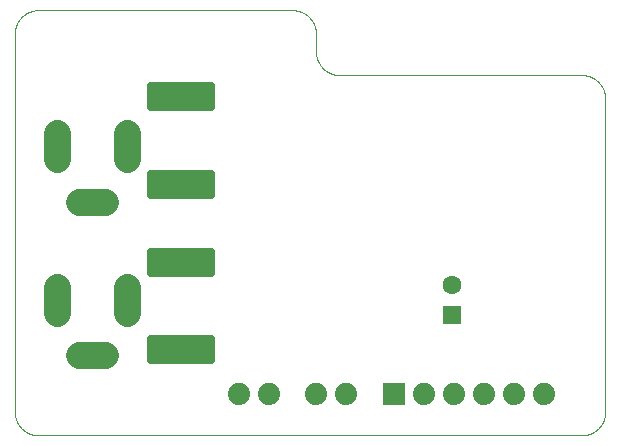
<source format=gbs>
G75*
%MOIN*%
%OFA0B0*%
%FSLAX25Y25*%
%IPPOS*%
%LPD*%
%AMOC8*
5,1,8,0,0,1.08239X$1,22.5*
%
%ADD10C,0.00000*%
%ADD11R,0.07400X0.07400*%
%ADD12C,0.07400*%
%ADD13R,0.06306X0.06306*%
%ADD14C,0.06306*%
%ADD15C,0.02175*%
%ADD16C,0.09061*%
D10*
X0086176Y0058146D02*
X0267279Y0058146D01*
X0267469Y0058148D01*
X0267659Y0058155D01*
X0267849Y0058167D01*
X0268039Y0058183D01*
X0268228Y0058203D01*
X0268417Y0058229D01*
X0268605Y0058258D01*
X0268792Y0058293D01*
X0268978Y0058332D01*
X0269163Y0058375D01*
X0269348Y0058423D01*
X0269531Y0058475D01*
X0269712Y0058531D01*
X0269892Y0058592D01*
X0270071Y0058658D01*
X0270248Y0058727D01*
X0270424Y0058801D01*
X0270597Y0058879D01*
X0270769Y0058962D01*
X0270938Y0059048D01*
X0271106Y0059138D01*
X0271271Y0059233D01*
X0271434Y0059331D01*
X0271594Y0059434D01*
X0271752Y0059540D01*
X0271907Y0059650D01*
X0272060Y0059763D01*
X0272210Y0059881D01*
X0272356Y0060002D01*
X0272500Y0060126D01*
X0272641Y0060254D01*
X0272779Y0060385D01*
X0272914Y0060520D01*
X0273045Y0060658D01*
X0273173Y0060799D01*
X0273297Y0060943D01*
X0273418Y0061089D01*
X0273536Y0061239D01*
X0273649Y0061392D01*
X0273759Y0061547D01*
X0273865Y0061705D01*
X0273968Y0061865D01*
X0274066Y0062028D01*
X0274161Y0062193D01*
X0274251Y0062361D01*
X0274337Y0062530D01*
X0274420Y0062702D01*
X0274498Y0062875D01*
X0274572Y0063051D01*
X0274641Y0063228D01*
X0274707Y0063407D01*
X0274768Y0063587D01*
X0274824Y0063768D01*
X0274876Y0063951D01*
X0274924Y0064136D01*
X0274967Y0064321D01*
X0275006Y0064507D01*
X0275041Y0064694D01*
X0275070Y0064882D01*
X0275096Y0065071D01*
X0275116Y0065260D01*
X0275132Y0065450D01*
X0275144Y0065640D01*
X0275151Y0065830D01*
X0275153Y0066020D01*
X0275153Y0170350D01*
X0275151Y0170540D01*
X0275144Y0170730D01*
X0275132Y0170920D01*
X0275116Y0171110D01*
X0275096Y0171299D01*
X0275070Y0171488D01*
X0275041Y0171676D01*
X0275006Y0171863D01*
X0274967Y0172049D01*
X0274924Y0172234D01*
X0274876Y0172419D01*
X0274824Y0172602D01*
X0274768Y0172783D01*
X0274707Y0172963D01*
X0274641Y0173142D01*
X0274572Y0173319D01*
X0274498Y0173495D01*
X0274420Y0173668D01*
X0274337Y0173840D01*
X0274251Y0174009D01*
X0274161Y0174177D01*
X0274066Y0174342D01*
X0273968Y0174505D01*
X0273865Y0174665D01*
X0273759Y0174823D01*
X0273649Y0174978D01*
X0273536Y0175131D01*
X0273418Y0175281D01*
X0273297Y0175427D01*
X0273173Y0175571D01*
X0273045Y0175712D01*
X0272914Y0175850D01*
X0272779Y0175985D01*
X0272641Y0176116D01*
X0272500Y0176244D01*
X0272356Y0176368D01*
X0272210Y0176489D01*
X0272060Y0176607D01*
X0271907Y0176720D01*
X0271752Y0176830D01*
X0271594Y0176936D01*
X0271434Y0177039D01*
X0271271Y0177137D01*
X0271106Y0177232D01*
X0270938Y0177322D01*
X0270769Y0177408D01*
X0270597Y0177491D01*
X0270424Y0177569D01*
X0270248Y0177643D01*
X0270071Y0177712D01*
X0269892Y0177778D01*
X0269712Y0177839D01*
X0269531Y0177895D01*
X0269348Y0177947D01*
X0269163Y0177995D01*
X0268978Y0178038D01*
X0268792Y0178077D01*
X0268605Y0178112D01*
X0268417Y0178141D01*
X0268228Y0178167D01*
X0268039Y0178187D01*
X0267849Y0178203D01*
X0267659Y0178215D01*
X0267469Y0178222D01*
X0267279Y0178224D01*
X0186570Y0178224D01*
X0186380Y0178226D01*
X0186190Y0178233D01*
X0186000Y0178245D01*
X0185810Y0178261D01*
X0185621Y0178281D01*
X0185432Y0178307D01*
X0185244Y0178336D01*
X0185057Y0178371D01*
X0184871Y0178410D01*
X0184686Y0178453D01*
X0184501Y0178501D01*
X0184318Y0178553D01*
X0184137Y0178609D01*
X0183957Y0178670D01*
X0183778Y0178736D01*
X0183601Y0178805D01*
X0183425Y0178879D01*
X0183252Y0178957D01*
X0183080Y0179040D01*
X0182911Y0179126D01*
X0182743Y0179216D01*
X0182578Y0179311D01*
X0182415Y0179409D01*
X0182255Y0179512D01*
X0182097Y0179618D01*
X0181942Y0179728D01*
X0181789Y0179841D01*
X0181639Y0179959D01*
X0181493Y0180080D01*
X0181349Y0180204D01*
X0181208Y0180332D01*
X0181070Y0180463D01*
X0180935Y0180598D01*
X0180804Y0180736D01*
X0180676Y0180877D01*
X0180552Y0181021D01*
X0180431Y0181167D01*
X0180313Y0181317D01*
X0180200Y0181470D01*
X0180090Y0181625D01*
X0179984Y0181783D01*
X0179881Y0181943D01*
X0179783Y0182106D01*
X0179688Y0182271D01*
X0179598Y0182439D01*
X0179512Y0182608D01*
X0179429Y0182780D01*
X0179351Y0182953D01*
X0179277Y0183129D01*
X0179208Y0183306D01*
X0179142Y0183485D01*
X0179081Y0183665D01*
X0179025Y0183846D01*
X0178973Y0184029D01*
X0178925Y0184214D01*
X0178882Y0184399D01*
X0178843Y0184585D01*
X0178808Y0184772D01*
X0178779Y0184960D01*
X0178753Y0185149D01*
X0178733Y0185338D01*
X0178717Y0185528D01*
X0178705Y0185718D01*
X0178698Y0185908D01*
X0178696Y0186098D01*
X0178696Y0192004D01*
X0178694Y0192194D01*
X0178687Y0192384D01*
X0178675Y0192574D01*
X0178659Y0192764D01*
X0178639Y0192953D01*
X0178613Y0193142D01*
X0178584Y0193330D01*
X0178549Y0193517D01*
X0178510Y0193703D01*
X0178467Y0193888D01*
X0178419Y0194073D01*
X0178367Y0194256D01*
X0178311Y0194437D01*
X0178250Y0194617D01*
X0178184Y0194796D01*
X0178115Y0194973D01*
X0178041Y0195149D01*
X0177963Y0195322D01*
X0177880Y0195494D01*
X0177794Y0195663D01*
X0177704Y0195831D01*
X0177609Y0195996D01*
X0177511Y0196159D01*
X0177408Y0196319D01*
X0177302Y0196477D01*
X0177192Y0196632D01*
X0177079Y0196785D01*
X0176961Y0196935D01*
X0176840Y0197081D01*
X0176716Y0197225D01*
X0176588Y0197366D01*
X0176457Y0197504D01*
X0176322Y0197639D01*
X0176184Y0197770D01*
X0176043Y0197898D01*
X0175899Y0198022D01*
X0175753Y0198143D01*
X0175603Y0198261D01*
X0175450Y0198374D01*
X0175295Y0198484D01*
X0175137Y0198590D01*
X0174977Y0198693D01*
X0174814Y0198791D01*
X0174649Y0198886D01*
X0174481Y0198976D01*
X0174312Y0199062D01*
X0174140Y0199145D01*
X0173967Y0199223D01*
X0173791Y0199297D01*
X0173614Y0199366D01*
X0173435Y0199432D01*
X0173255Y0199493D01*
X0173074Y0199549D01*
X0172891Y0199601D01*
X0172706Y0199649D01*
X0172521Y0199692D01*
X0172335Y0199731D01*
X0172148Y0199766D01*
X0171960Y0199795D01*
X0171771Y0199821D01*
X0171582Y0199841D01*
X0171392Y0199857D01*
X0171202Y0199869D01*
X0171012Y0199876D01*
X0170822Y0199878D01*
X0086176Y0199878D01*
X0085986Y0199876D01*
X0085796Y0199869D01*
X0085606Y0199857D01*
X0085416Y0199841D01*
X0085227Y0199821D01*
X0085038Y0199795D01*
X0084850Y0199766D01*
X0084663Y0199731D01*
X0084477Y0199692D01*
X0084292Y0199649D01*
X0084107Y0199601D01*
X0083924Y0199549D01*
X0083743Y0199493D01*
X0083563Y0199432D01*
X0083384Y0199366D01*
X0083207Y0199297D01*
X0083031Y0199223D01*
X0082858Y0199145D01*
X0082686Y0199062D01*
X0082517Y0198976D01*
X0082349Y0198886D01*
X0082184Y0198791D01*
X0082021Y0198693D01*
X0081861Y0198590D01*
X0081703Y0198484D01*
X0081548Y0198374D01*
X0081395Y0198261D01*
X0081245Y0198143D01*
X0081099Y0198022D01*
X0080955Y0197898D01*
X0080814Y0197770D01*
X0080676Y0197639D01*
X0080541Y0197504D01*
X0080410Y0197366D01*
X0080282Y0197225D01*
X0080158Y0197081D01*
X0080037Y0196935D01*
X0079919Y0196785D01*
X0079806Y0196632D01*
X0079696Y0196477D01*
X0079590Y0196319D01*
X0079487Y0196159D01*
X0079389Y0195996D01*
X0079294Y0195831D01*
X0079204Y0195663D01*
X0079118Y0195494D01*
X0079035Y0195322D01*
X0078957Y0195149D01*
X0078883Y0194973D01*
X0078814Y0194796D01*
X0078748Y0194617D01*
X0078687Y0194437D01*
X0078631Y0194256D01*
X0078579Y0194073D01*
X0078531Y0193888D01*
X0078488Y0193703D01*
X0078449Y0193517D01*
X0078414Y0193330D01*
X0078385Y0193142D01*
X0078359Y0192953D01*
X0078339Y0192764D01*
X0078323Y0192574D01*
X0078311Y0192384D01*
X0078304Y0192194D01*
X0078302Y0192004D01*
X0078302Y0066020D01*
X0078304Y0065830D01*
X0078311Y0065640D01*
X0078323Y0065450D01*
X0078339Y0065260D01*
X0078359Y0065071D01*
X0078385Y0064882D01*
X0078414Y0064694D01*
X0078449Y0064507D01*
X0078488Y0064321D01*
X0078531Y0064136D01*
X0078579Y0063951D01*
X0078631Y0063768D01*
X0078687Y0063587D01*
X0078748Y0063407D01*
X0078814Y0063228D01*
X0078883Y0063051D01*
X0078957Y0062875D01*
X0079035Y0062702D01*
X0079118Y0062530D01*
X0079204Y0062361D01*
X0079294Y0062193D01*
X0079389Y0062028D01*
X0079487Y0061865D01*
X0079590Y0061705D01*
X0079696Y0061547D01*
X0079806Y0061392D01*
X0079919Y0061239D01*
X0080037Y0061089D01*
X0080158Y0060943D01*
X0080282Y0060799D01*
X0080410Y0060658D01*
X0080541Y0060520D01*
X0080676Y0060385D01*
X0080814Y0060254D01*
X0080955Y0060126D01*
X0081099Y0060002D01*
X0081245Y0059881D01*
X0081395Y0059763D01*
X0081548Y0059650D01*
X0081703Y0059540D01*
X0081861Y0059434D01*
X0082021Y0059331D01*
X0082184Y0059233D01*
X0082349Y0059138D01*
X0082517Y0059048D01*
X0082686Y0058962D01*
X0082858Y0058879D01*
X0083031Y0058801D01*
X0083207Y0058727D01*
X0083384Y0058658D01*
X0083563Y0058592D01*
X0083743Y0058531D01*
X0083924Y0058475D01*
X0084107Y0058423D01*
X0084292Y0058375D01*
X0084477Y0058332D01*
X0084663Y0058293D01*
X0084850Y0058258D01*
X0085038Y0058229D01*
X0085227Y0058203D01*
X0085416Y0058183D01*
X0085606Y0058167D01*
X0085796Y0058155D01*
X0085986Y0058148D01*
X0086176Y0058146D01*
D11*
X0204877Y0071925D03*
D12*
X0214877Y0071925D03*
X0224877Y0071925D03*
X0234877Y0071925D03*
X0244877Y0071925D03*
X0254877Y0071925D03*
X0188696Y0071925D03*
X0178696Y0071925D03*
X0163106Y0071925D03*
X0153106Y0071925D03*
D13*
X0223972Y0098421D03*
D14*
X0223972Y0108421D03*
D15*
X0143557Y0112380D02*
X0143557Y0119660D01*
X0143557Y0112380D02*
X0123285Y0112380D01*
X0123285Y0119660D01*
X0143557Y0119660D01*
X0143557Y0114446D02*
X0123285Y0114446D01*
X0123285Y0116512D02*
X0143557Y0116512D01*
X0143557Y0118578D02*
X0123285Y0118578D01*
X0143557Y0138364D02*
X0143557Y0145644D01*
X0143557Y0138364D02*
X0123285Y0138364D01*
X0123285Y0145644D01*
X0143557Y0145644D01*
X0143557Y0140430D02*
X0123285Y0140430D01*
X0123285Y0142496D02*
X0143557Y0142496D01*
X0143557Y0144562D02*
X0123285Y0144562D01*
X0143557Y0167498D02*
X0143557Y0174778D01*
X0143557Y0167498D02*
X0123285Y0167498D01*
X0123285Y0174778D01*
X0143557Y0174778D01*
X0143557Y0169564D02*
X0123285Y0169564D01*
X0123285Y0171630D02*
X0143557Y0171630D01*
X0143557Y0173696D02*
X0123285Y0173696D01*
X0143557Y0090526D02*
X0143557Y0083246D01*
X0123285Y0083246D01*
X0123285Y0090526D01*
X0143557Y0090526D01*
X0143557Y0085312D02*
X0123285Y0085312D01*
X0123285Y0087378D02*
X0143557Y0087378D01*
X0143557Y0089444D02*
X0123285Y0089444D01*
D16*
X0115704Y0099091D02*
X0115704Y0107752D01*
X0092476Y0107752D02*
X0092476Y0099091D01*
X0099562Y0084917D02*
X0108224Y0084917D01*
X0108224Y0136098D02*
X0099562Y0136098D01*
X0092476Y0150272D02*
X0092476Y0158933D01*
X0115704Y0158933D02*
X0115704Y0150272D01*
M02*

</source>
